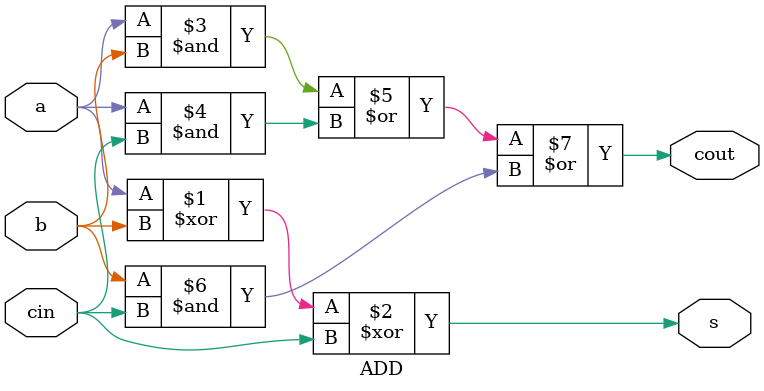
<source format=v>
module ADD4(a,b,cin,cout,s);
input [3:0] a,b;
input cin;
output [3:0] s;
output cout;

wire [3:1] c;

ADD stage0(a[0],b[0],cin,c[1],s[0]);
ADD stage1(a[1],b[1],c[1],c[2],s[1]);
ADD stage2(a[2],b[2],c[2],c[3],s[2]);
ADD stage3(a[3],b[3],c[3],cout,s[3]);

endmodule


module ADD(a,b,cin,cout,s);
input a,b,cin;
output cout,s;

assign s = (a^b)^cin;
assign cout = (a&b) | (a&cin) | (b&cin);
endmodule

</source>
